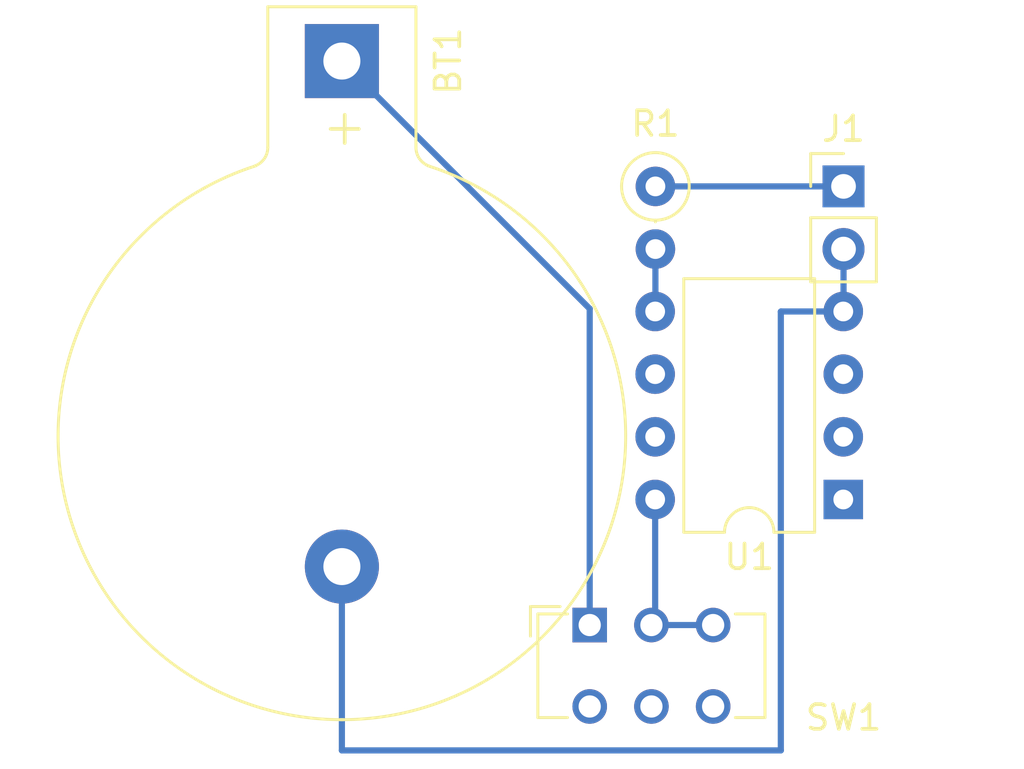
<source format=kicad_pcb>
(kicad_pcb (version 20211014) (generator pcbnew)
  (layers (0 "F.Cu" signal) (31 "B.Cu" signal) (34 "B.Paste" user) (35 "F.Paste" user) (36 "B.SilkS" user "B.Silkscreen") (37 "F.SilkS" user "F.Silkscreen") (38 "B.Mask" user) (39 "F.Mask" user) (44 "Edge.Cuts" user))
  (net 0 "")
  (net 1 "Net-(BT1-Pad1)")
  (net 2 "GND")
  (net 3 "LED")
  (net 4 "Net-(R1-Pad2)")
  (net 5 "VCC")
  (footprint "Resistor_THT:R_Axial_DIN0207_L6.3mm_D2.5mm_P2.54mm_Vertical" (layer "F.Cu") (at 149.86 86.36 -90)
    (fp_text reference "R1" (at -2.54 0 180) (layer "F.SilkS"))
    (fp_text value "220")
    (fp_line (start 1.37 0) (end 1.44 0) (layer "F.SilkS") (width 0.12))
    (fp_circle (center 0 0) (end 1.37 0) (layer "F.SilkS") (width 0.12) (fill none))
    (pad "1" thru_hole circle (at 0 0 270) (size 1.6 1.6) (drill 0.8) (layers *.Cu *.Mask) (net 3 "LED"))
    (pad "2" thru_hole oval (at 2.54 0 270) (size 1.6 1.6) (drill 0.8) (layers *.Cu *.Mask) (net 4 "Net-(R1-Pad2)"))
  )
  (footprint "Battery:BatteryHolder_Keystone_103_1x20mm" (layer "F.Cu") (at 137.16 81.28 -90)
    (fp_text reference "BT1" (at 0 -4.3 90) (layer "F.SilkS"))
    (fp_text value "Battery_Cell")
    (fp_text user "+" (at 2.75 0 90) (layer "F.SilkS") (effects (font (size 1.5 1.5))))
    (fp_line (start -2.2 3) (end -2.2 -3) (layer "F.SilkS") (width 0.12))
    (fp_line (start -2.2 -3) (end 3.5 -3) (layer "F.SilkS") (width 0.12))
    (fp_line (start -2.2 3) (end 3.5 3) (layer "F.SilkS") (width 0.12))
    (fp_arc (start 4.251754 -3.526384) (mid 3.958861 -3.144678) (end 3.5 -3) (layer "F.SilkS") (width 0.12))
    (fp_arc (start 3.5 3) (mid 3.958861 3.144678) (end 4.251754 3.526384) (layer "F.SilkS") (width 0.12))
    (fp_arc (start 26.695671 -0.045281) (mid 16.993514 11.35499) (end 4.25 3.5) (layer "F.SilkS") (width 0.12))
    (fp_arc (start 4.25 -3.5) (mid 16.993514 -11.35499) (end 26.695671 0.045281) (layer "F.SilkS") (width 0.12))
    (pad "1" thru_hole rect (at 0 0 270) (size 3 3) (drill 1.5) (layers *.Cu *.Mask) (net 1 "Net-(BT1-Pad1)"))
    (pad "2" thru_hole circle (at 20.49 0 270) (size 3 3) (drill 1.5) (layers *.Cu *.Mask) (net 2 "GND"))
  )
  (footprint "Package_DIP:DIP-8_W7.62mm" (layer "F.Cu") (at 157.47 99.05 180)
    (fp_text reference "U1" (at 3.81 -2.33) (layer "F.SilkS"))
    (fp_text value "ATtiny13A-P")
    (fp_line (start 6.46 8.95) (end 6.46 -1.33) (layer "F.SilkS") (width 0.12))
    (fp_line (start 6.46 -1.33) (end 4.81 -1.33) (layer "F.SilkS") (width 0.12))
    (fp_line (start 1.16 -1.33) (end 1.16 8.95) (layer "F.SilkS") (width 0.12))
    (fp_line (start 1.16 8.95) (end 6.46 8.95) (layer "F.SilkS") (width 0.12))
    (fp_line (start 2.81 -1.33) (end 1.16 -1.33) (layer "F.SilkS") (width 0.12))
    (fp_arc (start 4.81 -1.33) (mid 3.81 -0.33) (end 2.81 -1.33) (layer "F.SilkS") (width 0.12))
    (pad "1" thru_hole rect (at 0 0 180) (size 1.6 1.6) (drill 0.8) (layers *.Cu *.Mask))
    (pad "2" thru_hole oval (at 0 2.54 180) (size 1.6 1.6) (drill 0.8) (layers *.Cu *.Mask))
    (pad "3" thru_hole oval (at 0 5.08 180) (size 1.6 1.6) (drill 0.8) (layers *.Cu *.Mask))
    (pad "4" thru_hole oval (at 0 7.62 180) (size 1.6 1.6) (drill 0.8) (layers *.Cu *.Mask) (net 2 "GND"))
    (pad "5" thru_hole oval (at 7.62 7.62 180) (size 1.6 1.6) (drill 0.8) (layers *.Cu *.Mask) (net 4 "Net-(R1-Pad2)"))
    (pad "6" thru_hole oval (at 7.62 5.08 180) (size 1.6 1.6) (drill 0.8) (layers *.Cu *.Mask))
    (pad "7" thru_hole oval (at 7.62 2.54 180) (size 1.6 1.6) (drill 0.8) (layers *.Cu *.Mask))
    (pad "8" thru_hole oval (at 7.62 0 180) (size 1.6 1.6) (drill 0.8) (layers *.Cu *.Mask) (net 5 "VCC"))
  )
  (footprint "Button_Switch_THT:SW_CuK_JS202011CQN_DPDT_Straight" (layer "F.Cu") (at 147.1985 104.14)
    (fp_text reference "SW1" (at 10.2815 3.75) (layer "F.SilkS"))
    (fp_text value "SW_SPDT")
    (fp_line (start 5.9 -0.45) (end 7.1 -0.45) (layer "F.SilkS") (width 0.12))
    (fp_line (start -1.2 -0.75) (end -2.4 -0.75) (layer "F.SilkS") (width 0.12))
    (fp_line (start 7.1 3.75) (end 5.9 3.75) (layer "F.SilkS") (width 0.12))
    (fp_line (start -0.9 -0.45) (end -2.1 -0.45) (layer "F.SilkS") (width 0.12))
    (fp_line (start -2.1 -0.45) (end -2.1 3.75) (layer "F.SilkS") (width 0.12))
    (fp_line (start -2.1 3.75) (end -0.9 3.75) (layer "F.SilkS") (width 0.12))
    (fp_line (start 7.1 -0.45) (end 7.1 3.75) (layer "F.SilkS") (width 0.12))
    (fp_line (start -2.4 -0.75) (end -2.4 0.45) (layer "F.SilkS") (width 0.12))
    (pad "1" thru_hole rect (at 0 0) (size 1.4 1.4) (drill 0.9) (layers *.Cu *.Mask) (net 1 "Net-(BT1-Pad1)"))
    (pad "2" thru_hole circle (at 2.5 0) (size 1.4 1.4) (drill 0.9) (layers *.Cu *.Mask) (net 5 "VCC"))
    (pad "3" thru_hole circle (at 5 0) (size 1.4 1.4) (drill 0.9) (layers *.Cu *.Mask) (net 5 "VCC"))
    (pad "4" thru_hole circle (at 0 3.3) (size 1.4 1.4) (drill 0.9) (layers *.Cu *.Mask))
    (pad "5" thru_hole circle (at 2.5 3.3) (size 1.4 1.4) (drill 0.9) (layers *.Cu *.Mask))
    (pad "6" thru_hole circle (at 5 3.3) (size 1.4 1.4) (drill 0.9) (layers *.Cu *.Mask))
  )
  (footprint "Connector_PinHeader_2.54mm:PinHeader_1x02_P2.54mm_Vertical" (layer "F.Cu") (at 157.48 86.36)
    (fp_text reference "J1" (at 0 -2.33) (layer "F.SilkS"))
    (fp_text value "Conn_01x02")
    (fp_line (start -1.33 1.27) (end -1.33 3.87) (layer "F.SilkS") (width 0.12))
    (fp_line (start 1.33 1.27) (end 1.33 3.87) (layer "F.SilkS") (width 0.12))
    (fp_line (start -1.33 -1.33) (end 0 -1.33) (layer "F.SilkS") (width 0.12))
    (fp_line (start -1.33 0) (end -1.33 -1.33) (layer "F.SilkS") (width 0.12))
    (fp_line (start -1.33 1.27) (end 1.33 1.27) (layer "F.SilkS") (width 0.12))
    (fp_line (start -1.33 3.87) (end 1.33 3.87) (layer "F.SilkS") (width 0.12))
    (pad "1" thru_hole rect (at 0 0) (size 1.7 1.7) (drill 1) (layers *.Cu *.Mask) (net 3 "LED"))
    (pad "2" thru_hole oval (at 0 2.54) (size 1.7 1.7) (drill 1) (layers *.Cu *.Mask) (net 2 "GND"))
  )
  (segment (start 147.1985 91.3185) (end 137.16 81.28) (width 0.25) (layer "B.Cu") (net 1))
  (segment (start 147.1985 104.14) (end 147.1985 91.3185) (width 0.25) (layer "B.Cu") (net 1))
  (segment (start 154.95 91.43) (end 154.94 91.44) (width 0.25) (layer "B.Cu") (net 2))
  (segment (start 157.47 91.43) (end 154.95 91.43) (width 0.25) (layer "B.Cu") (net 2))
  (segment (start 154.94 109.22) (end 137.16 109.22) (width 0.25) (layer "B.Cu") (net 2))
  (segment (start 157.48 88.9) (end 157.48 91.42) (width 0.25) (layer "B.Cu") (net 2))
  (segment (start 157.48 91.42) (end 157.47 91.43) (width 0.25) (layer "B.Cu") (net 2))
  (segment (start 154.94 91.44) (end 154.94 109.22) (width 0.25) (layer "B.Cu") (net 2))
  (segment (start 137.16 109.22) (end 137.16 101.77) (width 0.25) (layer "B.Cu") (net 2))
  (segment (start 149.86 86.36) (end 157.48 86.36) (width 0.25) (layer "B.Cu") (net 3))
  (segment (start 149.86 91.42) (end 149.85 91.43) (width 0.25) (layer "B.Cu") (net 4))
  (segment (start 149.86 88.9) (end 149.86 91.42) (width 0.25) (layer "B.Cu") (net 4))
  (segment (start 149.85 99.05) (end 149.85 103.9885) (width 0.25) (layer "B.Cu") (net 5))
  (segment (start 149.85 103.9885) (end 149.6985 104.14) (width 0.25) (layer "B.Cu") (net 5))
  (segment (start 152.1985 104.14) (end 149.6985 104.14) (width 0.25) (layer "B.Cu") (net 5))
)
</source>
